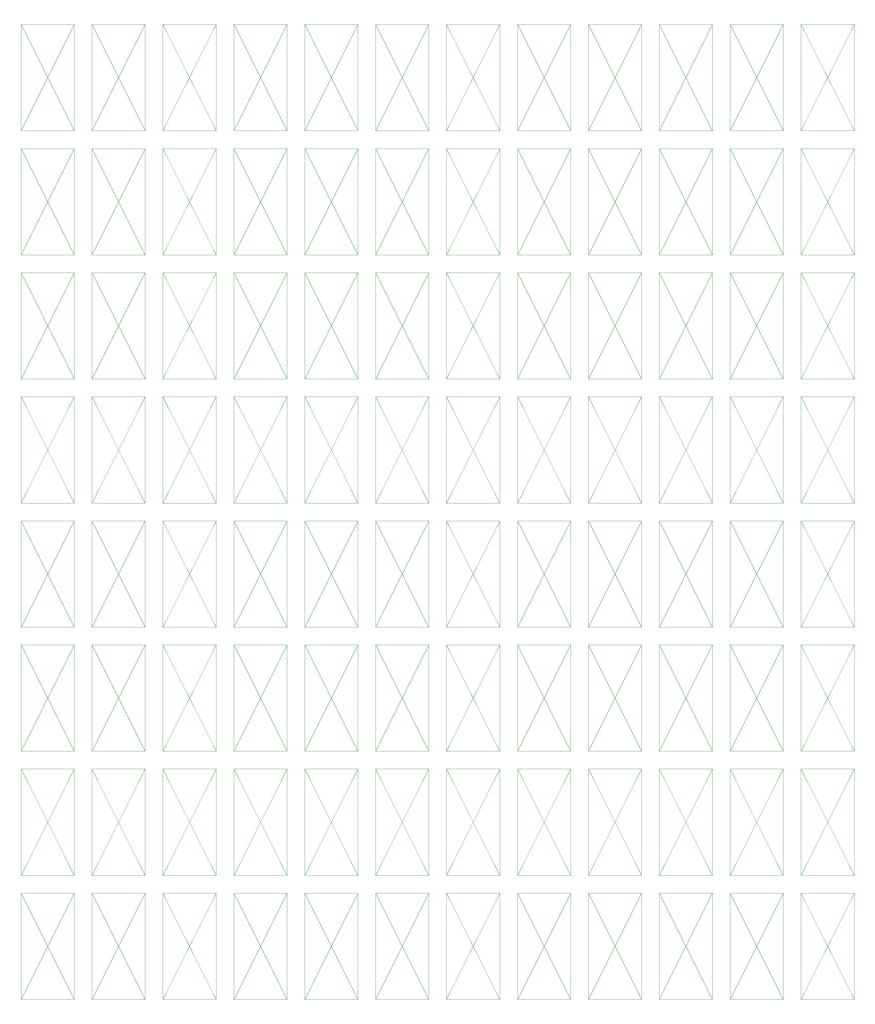
<source format=gbr>
%FSLAX46Y46*%
G04 Gerber Fmt 4.6, Leading zero omitted, Abs format (unit mm)*
G04 Created by KiCad (PCBNEW (2014-10-05 BZR 5164)-product) date Mon 03 Nov 2014 10:46:33 AM CET*
%MOMM*%
G01*
G04 APERTURE LIST*
%ADD10C,0.100000*%
G04 APERTURE END LIST*
D10*
X400000000Y-70989000D02*
X415000000Y-100989000D01*
X400000000Y-100989000D02*
X415000000Y-70989000D01*
X400000000Y-105989000D02*
X415000000Y-135989000D01*
X400000000Y-135989000D02*
X415000000Y-105989000D01*
X400000000Y-140989000D02*
X415000000Y-170989000D01*
X400000000Y-170989000D02*
X415000000Y-140989000D01*
X400000000Y-175989000D02*
X415000000Y-205989000D01*
X400000000Y-205989000D02*
X415000000Y-175989000D01*
X400000000Y-210989000D02*
X415000000Y-240989000D01*
X400000000Y-240989000D02*
X415000000Y-210989000D01*
X400000000Y-245989000D02*
X415000000Y-275989000D01*
X400000000Y-275989000D02*
X415000000Y-245989000D01*
X400000000Y-280989000D02*
X415000000Y-310989000D01*
X400000000Y-310989000D02*
X415000000Y-280989000D01*
X400000000Y-315989000D02*
X415000000Y-345989000D01*
X400000000Y-345989000D02*
X415000000Y-315989000D01*
X380000000Y-70989000D02*
X395000000Y-100989000D01*
X380000000Y-100989000D02*
X395000000Y-70989000D01*
X380000000Y-105989000D02*
X395000000Y-135989000D01*
X380000000Y-135989000D02*
X395000000Y-105989000D01*
X380000000Y-140989000D02*
X395000000Y-170989000D01*
X380000000Y-170989000D02*
X395000000Y-140989000D01*
X380000000Y-175989000D02*
X395000000Y-205989000D01*
X380000000Y-205989000D02*
X395000000Y-175989000D01*
X380000000Y-210989000D02*
X395000000Y-240989000D01*
X380000000Y-240989000D02*
X395000000Y-210989000D01*
X380000000Y-245989000D02*
X395000000Y-275989000D01*
X380000000Y-275989000D02*
X395000000Y-245989000D01*
X380000000Y-280989000D02*
X395000000Y-310989000D01*
X380000000Y-310989000D02*
X395000000Y-280989000D01*
X380000000Y-315989000D02*
X395000000Y-345989000D01*
X380000000Y-345989000D02*
X395000000Y-315989000D01*
X360000000Y-70989000D02*
X375000000Y-100989000D01*
X360000000Y-100989000D02*
X375000000Y-70989000D01*
X360000000Y-105989000D02*
X375000000Y-135989000D01*
X360000000Y-135989000D02*
X375000000Y-105989000D01*
X360000000Y-140989000D02*
X375000000Y-170989000D01*
X360000000Y-170989000D02*
X375000000Y-140989000D01*
X360000000Y-175989000D02*
X375000000Y-205989000D01*
X360000000Y-205989000D02*
X375000000Y-175989000D01*
X360000000Y-210989000D02*
X375000000Y-240989000D01*
X360000000Y-240989000D02*
X375000000Y-210989000D01*
X360000000Y-245989000D02*
X375000000Y-275989000D01*
X360000000Y-275989000D02*
X375000000Y-245989000D01*
X360000000Y-280989000D02*
X375000000Y-310989000D01*
X360000000Y-310989000D02*
X375000000Y-280989000D01*
X360000000Y-315989000D02*
X375000000Y-345989000D01*
X360000000Y-345989000D02*
X375000000Y-315989000D01*
X340000000Y-70989000D02*
X355000000Y-100989000D01*
X340000000Y-100989000D02*
X355000000Y-70989000D01*
X340000000Y-105989000D02*
X355000000Y-135989000D01*
X340000000Y-135989000D02*
X355000000Y-105989000D01*
X340000000Y-140989000D02*
X355000000Y-170989000D01*
X340000000Y-170989000D02*
X355000000Y-140989000D01*
X340000000Y-175989000D02*
X355000000Y-205989000D01*
X340000000Y-205989000D02*
X355000000Y-175989000D01*
X340000000Y-210989000D02*
X355000000Y-240989000D01*
X340000000Y-240989000D02*
X355000000Y-210989000D01*
X340000000Y-245989000D02*
X355000000Y-275989000D01*
X340000000Y-275989000D02*
X355000000Y-245989000D01*
X340000000Y-280989000D02*
X355000000Y-310989000D01*
X340000000Y-310989000D02*
X355000000Y-280989000D01*
X340000000Y-315989000D02*
X355000000Y-345989000D01*
X340000000Y-345989000D02*
X355000000Y-315989000D01*
X320000000Y-70989000D02*
X335000000Y-100989000D01*
X320000000Y-100989000D02*
X335000000Y-70989000D01*
X320000000Y-105989000D02*
X335000000Y-135989000D01*
X320000000Y-135989000D02*
X335000000Y-105989000D01*
X320000000Y-140989000D02*
X335000000Y-170989000D01*
X320000000Y-170989000D02*
X335000000Y-140989000D01*
X320000000Y-175989000D02*
X335000000Y-205989000D01*
X320000000Y-205989000D02*
X335000000Y-175989000D01*
X320000000Y-210989000D02*
X335000000Y-240989000D01*
X320000000Y-240989000D02*
X335000000Y-210989000D01*
X320000000Y-245989000D02*
X335000000Y-275989000D01*
X320000000Y-275989000D02*
X335000000Y-245989000D01*
X320000000Y-280989000D02*
X335000000Y-310989000D01*
X320000000Y-310989000D02*
X335000000Y-280989000D01*
X320000000Y-315989000D02*
X335000000Y-345989000D01*
X320000000Y-345989000D02*
X335000000Y-315989000D01*
X300000000Y-70989000D02*
X315000000Y-100989000D01*
X300000000Y-100989000D02*
X315000000Y-70989000D01*
X300000000Y-105989000D02*
X315000000Y-135989000D01*
X300000000Y-135989000D02*
X315000000Y-105989000D01*
X300000000Y-140989000D02*
X315000000Y-170989000D01*
X300000000Y-170989000D02*
X315000000Y-140989000D01*
X300000000Y-175989000D02*
X315000000Y-205989000D01*
X300000000Y-205989000D02*
X315000000Y-175989000D01*
X300000000Y-210989000D02*
X315000000Y-240989000D01*
X300000000Y-240989000D02*
X315000000Y-210989000D01*
X300000000Y-245989000D02*
X315000000Y-275989000D01*
X300000000Y-275989000D02*
X315000000Y-245989000D01*
X300000000Y-280989000D02*
X315000000Y-310989000D01*
X300000000Y-310989000D02*
X315000000Y-280989000D01*
X300000000Y-315989000D02*
X315000000Y-345989000D01*
X300000000Y-345989000D02*
X315000000Y-315989000D01*
X280000000Y-70989000D02*
X295000000Y-100989000D01*
X280000000Y-100989000D02*
X295000000Y-70989000D01*
X280000000Y-105989000D02*
X295000000Y-135989000D01*
X280000000Y-135989000D02*
X295000000Y-105989000D01*
X280000000Y-140989000D02*
X295000000Y-170989000D01*
X280000000Y-170989000D02*
X295000000Y-140989000D01*
X280000000Y-175989000D02*
X295000000Y-205989000D01*
X280000000Y-205989000D02*
X295000000Y-175989000D01*
X280000000Y-210989000D02*
X295000000Y-240989000D01*
X280000000Y-240989000D02*
X295000000Y-210989000D01*
X280000000Y-245989000D02*
X295000000Y-275989000D01*
X280000000Y-275989000D02*
X295000000Y-245989000D01*
X280000000Y-280989000D02*
X295000000Y-310989000D01*
X280000000Y-310989000D02*
X295000000Y-280989000D01*
X280000000Y-315989000D02*
X295000000Y-345989000D01*
X280000000Y-345989000D02*
X295000000Y-315989000D01*
X260000000Y-70989000D02*
X275000000Y-100989000D01*
X260000000Y-100989000D02*
X275000000Y-70989000D01*
X260000000Y-105989000D02*
X275000000Y-135989000D01*
X260000000Y-135989000D02*
X275000000Y-105989000D01*
X260000000Y-140989000D02*
X275000000Y-170989000D01*
X260000000Y-170989000D02*
X275000000Y-140989000D01*
X260000000Y-175989000D02*
X275000000Y-205989000D01*
X260000000Y-205989000D02*
X275000000Y-175989000D01*
X260000000Y-210989000D02*
X275000000Y-240989000D01*
X260000000Y-240989000D02*
X275000000Y-210989000D01*
X260000000Y-245989000D02*
X275000000Y-275989000D01*
X260000000Y-275989000D02*
X275000000Y-245989000D01*
X260000000Y-280989000D02*
X275000000Y-310989000D01*
X260000000Y-310989000D02*
X275000000Y-280989000D01*
X260000000Y-315989000D02*
X275000000Y-345989000D01*
X260000000Y-345989000D02*
X275000000Y-315989000D01*
X240000000Y-70989000D02*
X255000000Y-100989000D01*
X240000000Y-100989000D02*
X255000000Y-70989000D01*
X240000000Y-105989000D02*
X255000000Y-135989000D01*
X240000000Y-135989000D02*
X255000000Y-105989000D01*
X240000000Y-140989000D02*
X255000000Y-170989000D01*
X240000000Y-170989000D02*
X255000000Y-140989000D01*
X240000000Y-175989000D02*
X255000000Y-205989000D01*
X240000000Y-205989000D02*
X255000000Y-175989000D01*
X240000000Y-210989000D02*
X255000000Y-240989000D01*
X240000000Y-240989000D02*
X255000000Y-210989000D01*
X240000000Y-245989000D02*
X255000000Y-275989000D01*
X240000000Y-275989000D02*
X255000000Y-245989000D01*
X240000000Y-280989000D02*
X255000000Y-310989000D01*
X240000000Y-310989000D02*
X255000000Y-280989000D01*
X240000000Y-315989000D02*
X255000000Y-345989000D01*
X240000000Y-345989000D02*
X255000000Y-315989000D01*
X220000000Y-70989000D02*
X235000000Y-100989000D01*
X220000000Y-100989000D02*
X235000000Y-70989000D01*
X220000000Y-105989000D02*
X235000000Y-135989000D01*
X220000000Y-135989000D02*
X235000000Y-105989000D01*
X220000000Y-140989000D02*
X235000000Y-170989000D01*
X220000000Y-170989000D02*
X235000000Y-140989000D01*
X220000000Y-175989000D02*
X235000000Y-205989000D01*
X220000000Y-205989000D02*
X235000000Y-175989000D01*
X220000000Y-210989000D02*
X235000000Y-240989000D01*
X220000000Y-240989000D02*
X235000000Y-210989000D01*
X220000000Y-245989000D02*
X235000000Y-275989000D01*
X220000000Y-275989000D02*
X235000000Y-245989000D01*
X220000000Y-280989000D02*
X235000000Y-310989000D01*
X220000000Y-310989000D02*
X235000000Y-280989000D01*
X220000000Y-315989000D02*
X235000000Y-345989000D01*
X220000000Y-345989000D02*
X235000000Y-315989000D01*
X200000000Y-70989000D02*
X215000000Y-100989000D01*
X200000000Y-100989000D02*
X215000000Y-70989000D01*
X200000000Y-105989000D02*
X215000000Y-135989000D01*
X200000000Y-135989000D02*
X215000000Y-105989000D01*
X200000000Y-140989000D02*
X215000000Y-170989000D01*
X200000000Y-170989000D02*
X215000000Y-140989000D01*
X200000000Y-175989000D02*
X215000000Y-205989000D01*
X200000000Y-205989000D02*
X215000000Y-175989000D01*
X200000000Y-210989000D02*
X215000000Y-240989000D01*
X200000000Y-240989000D02*
X215000000Y-210989000D01*
X200000000Y-245989000D02*
X215000000Y-275989000D01*
X200000000Y-275989000D02*
X215000000Y-245989000D01*
X200000000Y-280989000D02*
X215000000Y-310989000D01*
X200000000Y-310989000D02*
X215000000Y-280989000D01*
X200000000Y-315989000D02*
X215000000Y-345989000D01*
X200000000Y-345989000D02*
X215000000Y-315989000D01*
X180000000Y-70989000D02*
X195000000Y-100989000D01*
X180000000Y-100989000D02*
X195000000Y-70989000D01*
X180000000Y-105989000D02*
X195000000Y-135989000D01*
X180000000Y-135989000D02*
X195000000Y-105989000D01*
X180000000Y-140989000D02*
X195000000Y-170989000D01*
X180000000Y-170989000D02*
X195000000Y-140989000D01*
X180000000Y-175989000D02*
X195000000Y-205989000D01*
X180000000Y-205989000D02*
X195000000Y-175989000D01*
X180000000Y-210989000D02*
X195000000Y-240989000D01*
X180000000Y-240989000D02*
X195000000Y-210989000D01*
X180000000Y-245989000D02*
X195000000Y-275989000D01*
X180000000Y-275989000D02*
X195000000Y-245989000D01*
X180000000Y-280989000D02*
X195000000Y-310989000D01*
X180000000Y-310989000D02*
X195000000Y-280989000D01*
X180000000Y-315989000D02*
X195000000Y-345989000D01*
X180000000Y-345989000D02*
X195000000Y-315989000D01*
X180000000Y-280989000D02*
X195000000Y-310989000D01*
X180000000Y-310989000D02*
X195000000Y-280989000D01*
X200000000Y-315989000D02*
X215000000Y-345989000D01*
X200000000Y-345989000D02*
X215000000Y-315989000D01*
X180000000Y-315989000D02*
X195000000Y-345989000D01*
X180000000Y-345989000D02*
X195000000Y-315989000D01*
X415000000Y-100989000D02*
X400000000Y-100989000D01*
X415000000Y-70989000D02*
X415000000Y-100989000D01*
X400000000Y-70989000D02*
X415000000Y-70989000D01*
X400000000Y-100989000D02*
X400000000Y-70989000D01*
X395000000Y-100989000D02*
X380000000Y-100989000D01*
X395000000Y-70989000D02*
X395000000Y-100989000D01*
X380000000Y-70989000D02*
X395000000Y-70989000D01*
X380000000Y-100989000D02*
X380000000Y-70989000D01*
X375000000Y-100989000D02*
X360000000Y-100989000D01*
X375000000Y-70989000D02*
X375000000Y-100989000D01*
X360000000Y-70989000D02*
X375000000Y-70989000D01*
X360000000Y-100989000D02*
X360000000Y-70989000D01*
X355000000Y-100989000D02*
X340000000Y-100989000D01*
X355000000Y-70989000D02*
X355000000Y-100989000D01*
X340000000Y-70989000D02*
X355000000Y-70989000D01*
X340000000Y-100989000D02*
X340000000Y-70989000D01*
X335000000Y-100989000D02*
X320000000Y-100989000D01*
X335000000Y-70989000D02*
X335000000Y-100989000D01*
X320000000Y-70989000D02*
X335000000Y-70989000D01*
X320000000Y-100989000D02*
X320000000Y-70989000D01*
X315000000Y-100989000D02*
X300000000Y-100989000D01*
X315000000Y-70989000D02*
X315000000Y-100989000D01*
X300000000Y-70989000D02*
X315000000Y-70989000D01*
X300000000Y-100989000D02*
X300000000Y-70989000D01*
X295000000Y-100989000D02*
X280000000Y-100989000D01*
X295000000Y-70989000D02*
X295000000Y-100989000D01*
X280000000Y-70989000D02*
X295000000Y-70989000D01*
X280000000Y-100989000D02*
X280000000Y-70989000D01*
X275000000Y-100989000D02*
X260000000Y-100989000D01*
X275000000Y-70989000D02*
X275000000Y-100989000D01*
X260000000Y-70989000D02*
X275000000Y-70989000D01*
X260000000Y-100989000D02*
X260000000Y-70989000D01*
X255000000Y-100989000D02*
X240000000Y-100989000D01*
X255000000Y-70989000D02*
X255000000Y-100989000D01*
X240000000Y-70989000D02*
X255000000Y-70989000D01*
X240000000Y-100989000D02*
X240000000Y-70989000D01*
X235000000Y-100989000D02*
X220000000Y-100989000D01*
X235000000Y-70989000D02*
X235000000Y-100989000D01*
X220000000Y-70989000D02*
X235000000Y-70989000D01*
X220000000Y-100989000D02*
X220000000Y-70989000D01*
X215000000Y-100989000D02*
X200000000Y-100989000D01*
X215000000Y-70989000D02*
X215000000Y-100989000D01*
X200000000Y-70989000D02*
X215000000Y-70989000D01*
X200000000Y-100989000D02*
X200000000Y-70989000D01*
X195000000Y-100989000D02*
X180000000Y-100989000D01*
X195000000Y-70989000D02*
X195000000Y-100989000D01*
X180000000Y-70989000D02*
X195000000Y-70989000D01*
X180000000Y-100989000D02*
X180000000Y-70989000D01*
X415000000Y-135989000D02*
X400000000Y-135989000D01*
X415000000Y-105989000D02*
X415000000Y-135989000D01*
X400000000Y-105989000D02*
X415000000Y-105989000D01*
X400000000Y-135989000D02*
X400000000Y-105989000D01*
X395000000Y-135989000D02*
X380000000Y-135989000D01*
X395000000Y-105989000D02*
X395000000Y-135989000D01*
X380000000Y-105989000D02*
X395000000Y-105989000D01*
X380000000Y-135989000D02*
X380000000Y-105989000D01*
X375000000Y-135989000D02*
X360000000Y-135989000D01*
X375000000Y-105989000D02*
X375000000Y-135989000D01*
X360000000Y-105989000D02*
X375000000Y-105989000D01*
X360000000Y-135989000D02*
X360000000Y-105989000D01*
X355000000Y-135989000D02*
X340000000Y-135989000D01*
X355000000Y-105989000D02*
X355000000Y-135989000D01*
X340000000Y-105989000D02*
X355000000Y-105989000D01*
X340000000Y-135989000D02*
X340000000Y-105989000D01*
X335000000Y-135989000D02*
X320000000Y-135989000D01*
X335000000Y-105989000D02*
X335000000Y-135989000D01*
X320000000Y-105989000D02*
X335000000Y-105989000D01*
X320000000Y-135989000D02*
X320000000Y-105989000D01*
X315000000Y-135989000D02*
X300000000Y-135989000D01*
X315000000Y-105989000D02*
X315000000Y-135989000D01*
X300000000Y-105989000D02*
X315000000Y-105989000D01*
X300000000Y-135989000D02*
X300000000Y-105989000D01*
X295000000Y-135989000D02*
X280000000Y-135989000D01*
X295000000Y-105989000D02*
X295000000Y-135989000D01*
X280000000Y-105989000D02*
X295000000Y-105989000D01*
X280000000Y-135989000D02*
X280000000Y-105989000D01*
X275000000Y-135989000D02*
X260000000Y-135989000D01*
X275000000Y-105989000D02*
X275000000Y-135989000D01*
X260000000Y-105989000D02*
X275000000Y-105989000D01*
X260000000Y-135989000D02*
X260000000Y-105989000D01*
X255000000Y-135989000D02*
X240000000Y-135989000D01*
X255000000Y-105989000D02*
X255000000Y-135989000D01*
X240000000Y-105989000D02*
X255000000Y-105989000D01*
X240000000Y-135989000D02*
X240000000Y-105989000D01*
X235000000Y-135989000D02*
X220000000Y-135989000D01*
X235000000Y-105989000D02*
X235000000Y-135989000D01*
X220000000Y-105989000D02*
X235000000Y-105989000D01*
X220000000Y-135989000D02*
X220000000Y-105989000D01*
X215000000Y-135989000D02*
X200000000Y-135989000D01*
X215000000Y-105989000D02*
X215000000Y-135989000D01*
X200000000Y-105989000D02*
X215000000Y-105989000D01*
X200000000Y-135989000D02*
X200000000Y-105989000D01*
X195000000Y-135989000D02*
X180000000Y-135989000D01*
X195000000Y-105989000D02*
X195000000Y-135989000D01*
X180000000Y-105989000D02*
X195000000Y-105989000D01*
X180000000Y-135989000D02*
X180000000Y-105989000D01*
X415000000Y-170989000D02*
X400000000Y-170989000D01*
X415000000Y-140989000D02*
X415000000Y-170989000D01*
X400000000Y-140989000D02*
X415000000Y-140989000D01*
X400000000Y-170989000D02*
X400000000Y-140989000D01*
X395000000Y-170989000D02*
X380000000Y-170989000D01*
X395000000Y-140989000D02*
X395000000Y-170989000D01*
X380000000Y-140989000D02*
X395000000Y-140989000D01*
X380000000Y-170989000D02*
X380000000Y-140989000D01*
X375000000Y-170989000D02*
X360000000Y-170989000D01*
X375000000Y-140989000D02*
X375000000Y-170989000D01*
X360000000Y-140989000D02*
X375000000Y-140989000D01*
X360000000Y-170989000D02*
X360000000Y-140989000D01*
X355000000Y-170989000D02*
X340000000Y-170989000D01*
X355000000Y-140989000D02*
X355000000Y-170989000D01*
X340000000Y-140989000D02*
X355000000Y-140989000D01*
X340000000Y-170989000D02*
X340000000Y-140989000D01*
X335000000Y-170989000D02*
X320000000Y-170989000D01*
X335000000Y-140989000D02*
X335000000Y-170989000D01*
X320000000Y-140989000D02*
X335000000Y-140989000D01*
X320000000Y-170989000D02*
X320000000Y-140989000D01*
X315000000Y-170989000D02*
X300000000Y-170989000D01*
X315000000Y-140989000D02*
X315000000Y-170989000D01*
X300000000Y-140989000D02*
X315000000Y-140989000D01*
X300000000Y-170989000D02*
X300000000Y-140989000D01*
X295000000Y-170989000D02*
X280000000Y-170989000D01*
X295000000Y-140989000D02*
X295000000Y-170989000D01*
X280000000Y-140989000D02*
X295000000Y-140989000D01*
X280000000Y-170989000D02*
X280000000Y-140989000D01*
X275000000Y-170989000D02*
X260000000Y-170989000D01*
X275000000Y-140989000D02*
X275000000Y-170989000D01*
X260000000Y-140989000D02*
X275000000Y-140989000D01*
X260000000Y-170989000D02*
X260000000Y-140989000D01*
X255000000Y-170989000D02*
X240000000Y-170989000D01*
X255000000Y-140989000D02*
X255000000Y-170989000D01*
X240000000Y-140989000D02*
X255000000Y-140989000D01*
X240000000Y-170989000D02*
X240000000Y-140989000D01*
X235000000Y-170989000D02*
X220000000Y-170989000D01*
X235000000Y-140989000D02*
X235000000Y-170989000D01*
X220000000Y-140989000D02*
X235000000Y-140989000D01*
X220000000Y-170989000D02*
X220000000Y-140989000D01*
X215000000Y-170989000D02*
X200000000Y-170989000D01*
X215000000Y-140989000D02*
X215000000Y-170989000D01*
X200000000Y-140989000D02*
X215000000Y-140989000D01*
X200000000Y-170989000D02*
X200000000Y-140989000D01*
X195000000Y-170989000D02*
X180000000Y-170989000D01*
X195000000Y-140989000D02*
X195000000Y-170989000D01*
X180000000Y-140989000D02*
X195000000Y-140989000D01*
X180000000Y-170989000D02*
X180000000Y-140989000D01*
X415000000Y-205989000D02*
X400000000Y-205989000D01*
X415000000Y-175989000D02*
X415000000Y-205989000D01*
X400000000Y-175989000D02*
X415000000Y-175989000D01*
X400000000Y-205989000D02*
X400000000Y-175989000D01*
X395000000Y-205989000D02*
X380000000Y-205989000D01*
X395000000Y-175989000D02*
X395000000Y-205989000D01*
X380000000Y-175989000D02*
X395000000Y-175989000D01*
X380000000Y-205989000D02*
X380000000Y-175989000D01*
X375000000Y-205989000D02*
X360000000Y-205989000D01*
X375000000Y-175989000D02*
X375000000Y-205989000D01*
X360000000Y-175989000D02*
X375000000Y-175989000D01*
X360000000Y-205989000D02*
X360000000Y-175989000D01*
X355000000Y-205989000D02*
X340000000Y-205989000D01*
X355000000Y-175989000D02*
X355000000Y-205989000D01*
X340000000Y-175989000D02*
X355000000Y-175989000D01*
X340000000Y-205989000D02*
X340000000Y-175989000D01*
X335000000Y-205989000D02*
X320000000Y-205989000D01*
X335000000Y-175989000D02*
X335000000Y-205989000D01*
X320000000Y-175989000D02*
X335000000Y-175989000D01*
X320000000Y-205989000D02*
X320000000Y-175989000D01*
X315000000Y-205989000D02*
X300000000Y-205989000D01*
X315000000Y-175989000D02*
X315000000Y-205989000D01*
X300000000Y-175989000D02*
X315000000Y-175989000D01*
X300000000Y-205989000D02*
X300000000Y-175989000D01*
X295000000Y-205989000D02*
X280000000Y-205989000D01*
X295000000Y-175989000D02*
X295000000Y-205989000D01*
X280000000Y-175989000D02*
X295000000Y-175989000D01*
X280000000Y-205989000D02*
X280000000Y-175989000D01*
X275000000Y-205989000D02*
X260000000Y-205989000D01*
X275000000Y-175989000D02*
X275000000Y-205989000D01*
X260000000Y-175989000D02*
X275000000Y-175989000D01*
X260000000Y-205989000D02*
X260000000Y-175989000D01*
X255000000Y-205989000D02*
X240000000Y-205989000D01*
X255000000Y-175989000D02*
X255000000Y-205989000D01*
X240000000Y-175989000D02*
X255000000Y-175989000D01*
X240000000Y-205989000D02*
X240000000Y-175989000D01*
X235000000Y-205989000D02*
X220000000Y-205989000D01*
X235000000Y-175989000D02*
X235000000Y-205989000D01*
X220000000Y-175989000D02*
X235000000Y-175989000D01*
X220000000Y-205989000D02*
X220000000Y-175989000D01*
X215000000Y-205989000D02*
X200000000Y-205989000D01*
X215000000Y-175989000D02*
X215000000Y-205989000D01*
X200000000Y-175989000D02*
X215000000Y-175989000D01*
X200000000Y-205989000D02*
X200000000Y-175989000D01*
X195000000Y-205989000D02*
X180000000Y-205989000D01*
X195000000Y-175989000D02*
X195000000Y-205989000D01*
X180000000Y-175989000D02*
X195000000Y-175989000D01*
X180000000Y-205989000D02*
X180000000Y-175989000D01*
X415000000Y-240989000D02*
X400000000Y-240989000D01*
X415000000Y-210989000D02*
X415000000Y-240989000D01*
X400000000Y-210989000D02*
X415000000Y-210989000D01*
X400000000Y-240989000D02*
X400000000Y-210989000D01*
X395000000Y-240989000D02*
X380000000Y-240989000D01*
X395000000Y-210989000D02*
X395000000Y-240989000D01*
X380000000Y-210989000D02*
X395000000Y-210989000D01*
X380000000Y-240989000D02*
X380000000Y-210989000D01*
X375000000Y-240989000D02*
X360000000Y-240989000D01*
X375000000Y-210989000D02*
X375000000Y-240989000D01*
X360000000Y-210989000D02*
X375000000Y-210989000D01*
X360000000Y-240989000D02*
X360000000Y-210989000D01*
X355000000Y-240989000D02*
X340000000Y-240989000D01*
X355000000Y-210989000D02*
X355000000Y-240989000D01*
X340000000Y-210989000D02*
X355000000Y-210989000D01*
X340000000Y-240989000D02*
X340000000Y-210989000D01*
X335000000Y-240989000D02*
X320000000Y-240989000D01*
X335000000Y-210989000D02*
X335000000Y-240989000D01*
X320000000Y-210989000D02*
X335000000Y-210989000D01*
X320000000Y-240989000D02*
X320000000Y-210989000D01*
X315000000Y-240989000D02*
X300000000Y-240989000D01*
X315000000Y-210989000D02*
X315000000Y-240989000D01*
X300000000Y-210989000D02*
X315000000Y-210989000D01*
X300000000Y-240989000D02*
X300000000Y-210989000D01*
X295000000Y-240989000D02*
X280000000Y-240989000D01*
X295000000Y-210989000D02*
X295000000Y-240989000D01*
X280000000Y-210989000D02*
X295000000Y-210989000D01*
X280000000Y-240989000D02*
X280000000Y-210989000D01*
X275000000Y-240989000D02*
X260000000Y-240989000D01*
X275000000Y-210989000D02*
X275000000Y-240989000D01*
X260000000Y-210989000D02*
X275000000Y-210989000D01*
X260000000Y-240989000D02*
X260000000Y-210989000D01*
X255000000Y-240989000D02*
X240000000Y-240989000D01*
X255000000Y-210989000D02*
X255000000Y-240989000D01*
X240000000Y-210989000D02*
X255000000Y-210989000D01*
X240000000Y-240989000D02*
X240000000Y-210989000D01*
X235000000Y-240989000D02*
X220000000Y-240989000D01*
X235000000Y-210989000D02*
X235000000Y-240989000D01*
X220000000Y-210989000D02*
X235000000Y-210989000D01*
X220000000Y-240989000D02*
X220000000Y-210989000D01*
X215000000Y-240989000D02*
X200000000Y-240989000D01*
X215000000Y-210989000D02*
X215000000Y-240989000D01*
X200000000Y-210989000D02*
X215000000Y-210989000D01*
X200000000Y-240989000D02*
X200000000Y-210989000D01*
X195000000Y-240989000D02*
X180000000Y-240989000D01*
X195000000Y-210989000D02*
X195000000Y-240989000D01*
X180000000Y-210989000D02*
X195000000Y-210989000D01*
X180000000Y-240989000D02*
X180000000Y-210989000D01*
X415000000Y-275989000D02*
X400000000Y-275989000D01*
X415000000Y-245989000D02*
X415000000Y-275989000D01*
X400000000Y-245989000D02*
X415000000Y-245989000D01*
X400000000Y-275989000D02*
X400000000Y-245989000D01*
X395000000Y-275989000D02*
X380000000Y-275989000D01*
X395000000Y-245989000D02*
X395000000Y-275989000D01*
X380000000Y-245989000D02*
X395000000Y-245989000D01*
X380000000Y-275989000D02*
X380000000Y-245989000D01*
X375000000Y-275989000D02*
X360000000Y-275989000D01*
X375000000Y-245989000D02*
X375000000Y-275989000D01*
X360000000Y-245989000D02*
X375000000Y-245989000D01*
X360000000Y-275989000D02*
X360000000Y-245989000D01*
X355000000Y-275989000D02*
X340000000Y-275989000D01*
X355000000Y-245989000D02*
X355000000Y-275989000D01*
X340000000Y-245989000D02*
X355000000Y-245989000D01*
X340000000Y-275989000D02*
X340000000Y-245989000D01*
X335000000Y-275989000D02*
X320000000Y-275989000D01*
X335000000Y-245989000D02*
X335000000Y-275989000D01*
X320000000Y-245989000D02*
X335000000Y-245989000D01*
X320000000Y-275989000D02*
X320000000Y-245989000D01*
X315000000Y-275989000D02*
X300000000Y-275989000D01*
X315000000Y-245989000D02*
X315000000Y-275989000D01*
X300000000Y-245989000D02*
X315000000Y-245989000D01*
X300000000Y-275989000D02*
X300000000Y-245989000D01*
X295000000Y-275989000D02*
X280000000Y-275989000D01*
X295000000Y-245989000D02*
X295000000Y-275989000D01*
X280000000Y-245989000D02*
X295000000Y-245989000D01*
X280000000Y-275989000D02*
X280000000Y-245989000D01*
X275000000Y-275989000D02*
X260000000Y-275989000D01*
X275000000Y-245989000D02*
X275000000Y-275989000D01*
X260000000Y-245989000D02*
X275000000Y-245989000D01*
X260000000Y-275989000D02*
X260000000Y-245989000D01*
X255000000Y-275989000D02*
X240000000Y-275989000D01*
X255000000Y-245989000D02*
X255000000Y-275989000D01*
X240000000Y-245989000D02*
X255000000Y-245989000D01*
X240000000Y-275989000D02*
X240000000Y-245989000D01*
X235000000Y-275989000D02*
X220000000Y-275989000D01*
X235000000Y-245989000D02*
X235000000Y-275989000D01*
X220000000Y-245989000D02*
X235000000Y-245989000D01*
X220000000Y-275989000D02*
X220000000Y-245989000D01*
X215000000Y-275989000D02*
X200000000Y-275989000D01*
X215000000Y-245989000D02*
X215000000Y-275989000D01*
X200000000Y-245989000D02*
X215000000Y-245989000D01*
X200000000Y-275989000D02*
X200000000Y-245989000D01*
X195000000Y-275989000D02*
X180000000Y-275989000D01*
X195000000Y-245989000D02*
X195000000Y-275989000D01*
X180000000Y-245989000D02*
X195000000Y-245989000D01*
X180000000Y-275989000D02*
X180000000Y-245989000D01*
X415000000Y-310989000D02*
X400000000Y-310989000D01*
X415000000Y-280989000D02*
X415000000Y-310989000D01*
X400000000Y-280989000D02*
X415000000Y-280989000D01*
X400000000Y-310989000D02*
X400000000Y-280989000D01*
X395000000Y-310989000D02*
X380000000Y-310989000D01*
X395000000Y-280989000D02*
X395000000Y-310989000D01*
X380000000Y-280989000D02*
X395000000Y-280989000D01*
X380000000Y-310989000D02*
X380000000Y-280989000D01*
X375000000Y-310989000D02*
X360000000Y-310989000D01*
X375000000Y-280989000D02*
X375000000Y-310989000D01*
X360000000Y-280989000D02*
X375000000Y-280989000D01*
X360000000Y-310989000D02*
X360000000Y-280989000D01*
X355000000Y-310989000D02*
X340000000Y-310989000D01*
X355000000Y-280989000D02*
X355000000Y-310989000D01*
X340000000Y-280989000D02*
X355000000Y-280989000D01*
X340000000Y-310989000D02*
X340000000Y-280989000D01*
X335000000Y-310989000D02*
X320000000Y-310989000D01*
X335000000Y-280989000D02*
X335000000Y-310989000D01*
X320000000Y-280989000D02*
X335000000Y-280989000D01*
X320000000Y-310989000D02*
X320000000Y-280989000D01*
X315000000Y-310989000D02*
X300000000Y-310989000D01*
X315000000Y-280989000D02*
X315000000Y-310989000D01*
X300000000Y-280989000D02*
X315000000Y-280989000D01*
X300000000Y-310989000D02*
X300000000Y-280989000D01*
X295000000Y-310989000D02*
X280000000Y-310989000D01*
X295000000Y-280989000D02*
X295000000Y-310989000D01*
X280000000Y-280989000D02*
X295000000Y-280989000D01*
X280000000Y-310989000D02*
X280000000Y-280989000D01*
X275000000Y-310989000D02*
X260000000Y-310989000D01*
X275000000Y-280989000D02*
X275000000Y-310989000D01*
X260000000Y-280989000D02*
X275000000Y-280989000D01*
X260000000Y-310989000D02*
X260000000Y-280989000D01*
X255000000Y-310989000D02*
X240000000Y-310989000D01*
X255000000Y-280989000D02*
X255000000Y-310989000D01*
X240000000Y-280989000D02*
X255000000Y-280989000D01*
X240000000Y-310989000D02*
X240000000Y-280989000D01*
X235000000Y-310989000D02*
X220000000Y-310989000D01*
X235000000Y-280989000D02*
X235000000Y-310989000D01*
X220000000Y-280989000D02*
X235000000Y-280989000D01*
X220000000Y-310989000D02*
X220000000Y-280989000D01*
X215000000Y-310989000D02*
X200000000Y-310989000D01*
X215000000Y-280989000D02*
X215000000Y-310989000D01*
X200000000Y-280989000D02*
X215000000Y-280989000D01*
X200000000Y-310989000D02*
X200000000Y-280989000D01*
X195000000Y-310989000D02*
X180000000Y-310989000D01*
X195000000Y-280989000D02*
X195000000Y-310989000D01*
X180000000Y-280989000D02*
X195000000Y-280989000D01*
X180000000Y-310989000D02*
X180000000Y-280989000D01*
X415000000Y-345989000D02*
X400000000Y-345989000D01*
X415000000Y-315989000D02*
X415000000Y-345989000D01*
X400000000Y-315989000D02*
X415000000Y-315989000D01*
X400000000Y-345989000D02*
X400000000Y-315989000D01*
X395000000Y-345989000D02*
X380000000Y-345989000D01*
X395000000Y-315989000D02*
X395000000Y-345989000D01*
X380000000Y-315989000D02*
X395000000Y-315989000D01*
X380000000Y-345989000D02*
X380000000Y-315989000D01*
X375000000Y-345989000D02*
X360000000Y-345989000D01*
X375000000Y-315989000D02*
X375000000Y-345989000D01*
X360000000Y-315989000D02*
X375000000Y-315989000D01*
X360000000Y-345989000D02*
X360000000Y-315989000D01*
X355000000Y-345989000D02*
X340000000Y-345989000D01*
X355000000Y-315989000D02*
X355000000Y-345989000D01*
X340000000Y-315989000D02*
X355000000Y-315989000D01*
X340000000Y-345989000D02*
X340000000Y-315989000D01*
X335000000Y-345989000D02*
X320000000Y-345989000D01*
X335000000Y-315989000D02*
X335000000Y-345989000D01*
X320000000Y-315989000D02*
X335000000Y-315989000D01*
X320000000Y-345989000D02*
X320000000Y-315989000D01*
X315000000Y-345989000D02*
X300000000Y-345989000D01*
X315000000Y-315989000D02*
X315000000Y-345989000D01*
X300000000Y-315989000D02*
X315000000Y-315989000D01*
X300000000Y-345989000D02*
X300000000Y-315989000D01*
X295000000Y-345989000D02*
X280000000Y-345989000D01*
X295000000Y-315989000D02*
X295000000Y-345989000D01*
X280000000Y-315989000D02*
X295000000Y-315989000D01*
X280000000Y-345989000D02*
X280000000Y-315989000D01*
X275000000Y-345989000D02*
X260000000Y-345989000D01*
X275000000Y-315989000D02*
X275000000Y-345989000D01*
X260000000Y-315989000D02*
X275000000Y-315989000D01*
X260000000Y-345989000D02*
X260000000Y-315989000D01*
X255000000Y-345989000D02*
X240000000Y-345989000D01*
X255000000Y-315989000D02*
X255000000Y-345989000D01*
X240000000Y-315989000D02*
X255000000Y-315989000D01*
X240000000Y-345989000D02*
X240000000Y-315989000D01*
X235000000Y-345989000D02*
X220000000Y-345989000D01*
X235000000Y-315989000D02*
X235000000Y-345989000D01*
X220000000Y-315989000D02*
X235000000Y-315989000D01*
X220000000Y-345989000D02*
X220000000Y-315989000D01*
X215000000Y-345989000D02*
X200000000Y-345989000D01*
X215000000Y-315989000D02*
X215000000Y-345989000D01*
X200000000Y-315989000D02*
X215000000Y-315989000D01*
X200000000Y-345989000D02*
X200000000Y-315989000D01*
X195000000Y-345989000D02*
X180000000Y-345989000D01*
X195000000Y-315989000D02*
X195000000Y-345989000D01*
X180000000Y-315989000D02*
X195000000Y-315989000D01*
X180000000Y-345989000D02*
X180000000Y-315989000D01*
M02*

</source>
